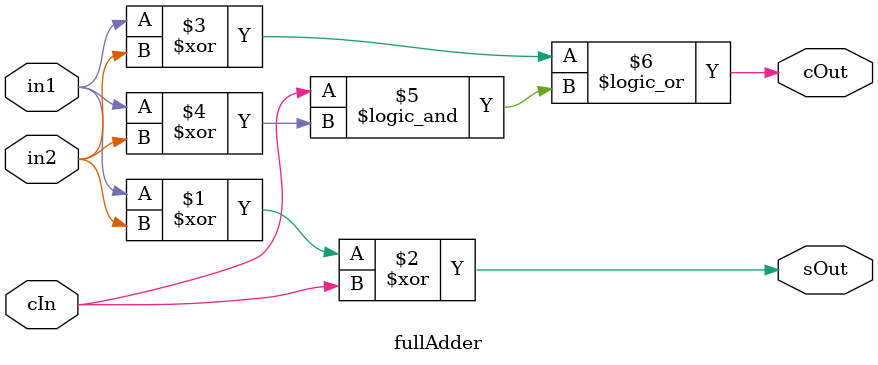
<source format=v>
module fullAdder(sOut, cOut, in1, in2, cIn);

output sOut, cOut;
input in1, in2, cIn;

assign sOut = in1 ^ in2 ^ cIn;
assign cOut = (in1 ^ in2) || (cIn && (in1 ^ in2));

endmodule

</source>
